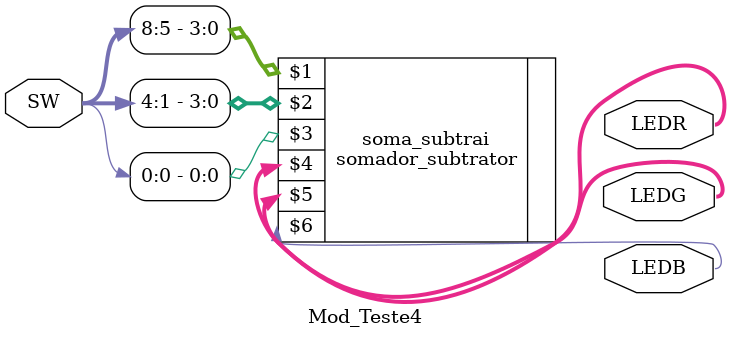
<source format=v>
module Mod_Teste4
(
	input [8:0]SW,
	output [3:0]LEDR, LEDG, 
	output LEDB
);

	somador_subtrator soma_subtrai(SW[8:5], SW[4:1], SW[0], LEDR, LEDG, LEDB);
	
endmodule 
	
</source>
